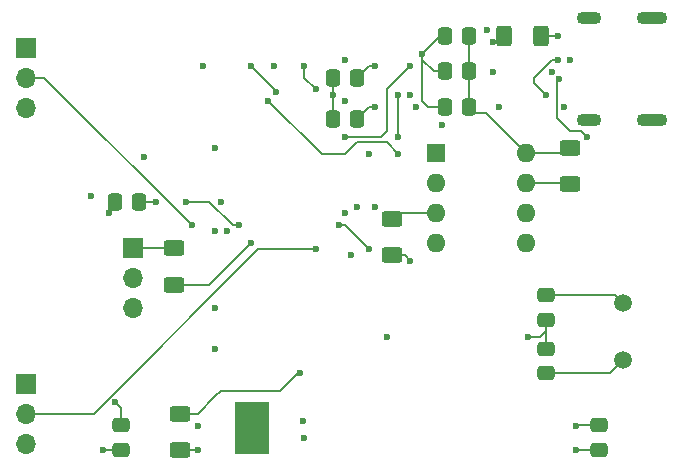
<source format=gbr>
%TF.GenerationSoftware,KiCad,Pcbnew,8.0.6*%
%TF.CreationDate,2025-06-01T13:35:18-05:00*%
%TF.ProjectId,TPS_Calibration_Board,5450535f-4361-46c6-9962-726174696f6e,rev?*%
%TF.SameCoordinates,Original*%
%TF.FileFunction,Copper,L4,Bot*%
%TF.FilePolarity,Positive*%
%FSLAX46Y46*%
G04 Gerber Fmt 4.6, Leading zero omitted, Abs format (unit mm)*
G04 Created by KiCad (PCBNEW 8.0.6) date 2025-06-01 13:35:18*
%MOMM*%
%LPD*%
G01*
G04 APERTURE LIST*
G04 Aperture macros list*
%AMRoundRect*
0 Rectangle with rounded corners*
0 $1 Rounding radius*
0 $2 $3 $4 $5 $6 $7 $8 $9 X,Y pos of 4 corners*
0 Add a 4 corners polygon primitive as box body*
4,1,4,$2,$3,$4,$5,$6,$7,$8,$9,$2,$3,0*
0 Add four circle primitives for the rounded corners*
1,1,$1+$1,$2,$3*
1,1,$1+$1,$4,$5*
1,1,$1+$1,$6,$7*
1,1,$1+$1,$8,$9*
0 Add four rect primitives between the rounded corners*
20,1,$1+$1,$2,$3,$4,$5,0*
20,1,$1+$1,$4,$5,$6,$7,0*
20,1,$1+$1,$6,$7,$8,$9,0*
20,1,$1+$1,$8,$9,$2,$3,0*%
G04 Aperture macros list end*
%TA.AperFunction,ComponentPad*%
%ADD10C,0.600000*%
%TD*%
%TA.AperFunction,SMDPad,CuDef*%
%ADD11R,2.950000X4.500000*%
%TD*%
%TA.AperFunction,ComponentPad*%
%ADD12O,2.100000X1.100000*%
%TD*%
%TA.AperFunction,ComponentPad*%
%ADD13O,2.600000X1.100000*%
%TD*%
%TA.AperFunction,ComponentPad*%
%ADD14R,1.700000X1.700000*%
%TD*%
%TA.AperFunction,ComponentPad*%
%ADD15O,1.700000X1.700000*%
%TD*%
%TA.AperFunction,ComponentPad*%
%ADD16R,1.600000X1.600000*%
%TD*%
%TA.AperFunction,ComponentPad*%
%ADD17O,1.600000X1.600000*%
%TD*%
%TA.AperFunction,ComponentPad*%
%ADD18C,1.500000*%
%TD*%
%TA.AperFunction,SMDPad,CuDef*%
%ADD19RoundRect,0.250000X0.337500X0.475000X-0.337500X0.475000X-0.337500X-0.475000X0.337500X-0.475000X0*%
%TD*%
%TA.AperFunction,SMDPad,CuDef*%
%ADD20RoundRect,0.250000X-0.475000X0.337500X-0.475000X-0.337500X0.475000X-0.337500X0.475000X0.337500X0*%
%TD*%
%TA.AperFunction,SMDPad,CuDef*%
%ADD21RoundRect,0.250000X-0.625000X0.400000X-0.625000X-0.400000X0.625000X-0.400000X0.625000X0.400000X0*%
%TD*%
%TA.AperFunction,SMDPad,CuDef*%
%ADD22RoundRect,0.250000X-0.337500X-0.475000X0.337500X-0.475000X0.337500X0.475000X-0.337500X0.475000X0*%
%TD*%
%TA.AperFunction,SMDPad,CuDef*%
%ADD23RoundRect,0.250000X0.475000X-0.337500X0.475000X0.337500X-0.475000X0.337500X-0.475000X-0.337500X0*%
%TD*%
%TA.AperFunction,SMDPad,CuDef*%
%ADD24RoundRect,0.250000X0.400000X0.625000X-0.400000X0.625000X-0.400000X-0.625000X0.400000X-0.625000X0*%
%TD*%
%TA.AperFunction,ViaPad*%
%ADD25C,0.600000*%
%TD*%
%TA.AperFunction,Conductor*%
%ADD26C,0.200000*%
%TD*%
G04 APERTURE END LIST*
D10*
%TO.P,U4,9,GNDPAD*%
%TO.N,GND*%
X37000000Y-53190000D03*
X37000000Y-54390000D03*
X37000000Y-55690000D03*
X37000000Y-56790000D03*
D11*
X37600000Y-54990000D03*
D10*
X38200000Y-53190000D03*
X38200000Y-54390000D03*
X38200000Y-55690000D03*
X38200000Y-56790000D03*
%TD*%
D12*
%TO.P,P1,S1,SHIELD*%
%TO.N,GND*%
X66110000Y-28860000D03*
D13*
X71470000Y-28860000D03*
D12*
X66110000Y-20220000D03*
D13*
X71470000Y-20220000D03*
%TD*%
D14*
%TO.P,J2,1,Pin_1*%
%TO.N,+5V*%
X18500000Y-22765000D03*
D15*
%TO.P,J2,2,Pin_2*%
%TO.N,SIG_IN*%
X18500000Y-25305000D03*
%TO.P,J2,3,Pin_3*%
%TO.N,GND*%
X18500000Y-27845000D03*
%TD*%
D16*
%TO.P,U1,1,~{CS}*%
%TO.N,EEPROM_CS*%
X53200000Y-31670000D03*
D17*
%TO.P,U1,2,MISO*%
%TO.N,EEPROM_MISO*%
X53200000Y-34210000D03*
%TO.P,U1,3,~{WP}*%
%TO.N,Net-(U1-~{WP})*%
X53200000Y-36750000D03*
%TO.P,U1,4,GND*%
%TO.N,GND*%
X53200000Y-39290000D03*
%TO.P,U1,5,MOSI*%
%TO.N,EEPROM_MOSI*%
X60820000Y-39290000D03*
%TO.P,U1,6,SCK*%
%TO.N,EEPROM_SCK*%
X60820000Y-36750000D03*
%TO.P,U1,7,~{HOLD}*%
%TO.N,Net-(U1-~{HOLD})*%
X60820000Y-34210000D03*
%TO.P,U1,8,VCC*%
%TO.N,+3.3V*%
X60820000Y-31670000D03*
%TD*%
D18*
%TO.P,Y1,1*%
%TO.N,Net-(U2-PF1)*%
X69000000Y-44340000D03*
%TO.P,Y1,2*%
%TO.N,Net-(U2-PF0)*%
X69000000Y-49220000D03*
%TD*%
D14*
%TO.P,J1,1,Pin_1*%
%TO.N,+5V*%
X18500000Y-51210000D03*
D15*
%TO.P,J1,2,Pin_2*%
%TO.N,SIG_OUT*%
X18500000Y-53750000D03*
%TO.P,J1,3,Pin_3*%
%TO.N,GND*%
X18500000Y-56290000D03*
%TD*%
D14*
%TO.P,JP1,1,A*%
%TO.N,/BOOT0*%
X27500000Y-39750000D03*
D15*
%TO.P,JP1,2,B*%
%TO.N,+3.3V*%
X27500000Y-42290000D03*
%TO.P,JP1,3*%
%TO.N,N/C*%
X27500000Y-44830000D03*
%TD*%
D19*
%TO.P,C9,1*%
%TO.N,+3.3V*%
X56000000Y-21770000D03*
%TO.P,C9,2*%
%TO.N,Net-(U3-VCC)*%
X53925000Y-21770000D03*
%TD*%
%TO.P,C14,1*%
%TO.N,Net-(U3-USBDP)*%
X46537500Y-28790000D03*
%TO.P,C14,2*%
%TO.N,GND*%
X44462500Y-28790000D03*
%TD*%
D20*
%TO.P,C3,1*%
%TO.N,Net-(U2-PF1)*%
X62500000Y-43715000D03*
%TO.P,C3,2*%
%TO.N,GND*%
X62500000Y-45790000D03*
%TD*%
%TO.P,C16,1*%
%TO.N,+3.3V*%
X67000000Y-54715000D03*
%TO.P,C16,2*%
%TO.N,GND*%
X67000000Y-56790000D03*
%TD*%
%TO.P,C8,1*%
%TO.N,+5V*%
X26500000Y-54752500D03*
%TO.P,C8,2*%
%TO.N,GND*%
X26500000Y-56827500D03*
%TD*%
D21*
%TO.P,R1,1*%
%TO.N,+3.3V*%
X64500000Y-31240000D03*
%TO.P,R1,2*%
%TO.N,Net-(U1-~{HOLD})*%
X64500000Y-34340000D03*
%TD*%
D19*
%TO.P,C15,1*%
%TO.N,Net-(U3-USBDM)*%
X46537500Y-25290000D03*
%TO.P,C15,2*%
%TO.N,GND*%
X44462500Y-25290000D03*
%TD*%
D22*
%TO.P,C2,1*%
%TO.N,GND*%
X26000000Y-35790000D03*
%TO.P,C2,2*%
%TO.N,NRST*%
X28075000Y-35790000D03*
%TD*%
D21*
%TO.P,R12,1*%
%TO.N,Net-(R11-Pad1)*%
X31500000Y-53740000D03*
%TO.P,R12,2*%
%TO.N,GND*%
X31500000Y-56840000D03*
%TD*%
D23*
%TO.P,C1,1*%
%TO.N,Net-(U2-PF0)*%
X62500000Y-50327500D03*
%TO.P,C1,2*%
%TO.N,GND*%
X62500000Y-48252500D03*
%TD*%
D19*
%TO.P,C11,1*%
%TO.N,+3.3V*%
X56000000Y-27790000D03*
%TO.P,C11,2*%
%TO.N,Net-(U3-VCC)*%
X53925000Y-27790000D03*
%TD*%
D21*
%TO.P,R2,1*%
%TO.N,Net-(U1-~{WP})*%
X49500000Y-37240000D03*
%TO.P,R2,2*%
%TO.N,GND*%
X49500000Y-40340000D03*
%TD*%
D19*
%TO.P,C10,1*%
%TO.N,+3.3V*%
X56000000Y-24780000D03*
%TO.P,C10,2*%
%TO.N,Net-(U3-VCC)*%
X53925000Y-24780000D03*
%TD*%
D21*
%TO.P,R3,1*%
%TO.N,/BOOT0*%
X31000000Y-39740000D03*
%TO.P,R3,2*%
%TO.N,GND*%
X31000000Y-42840000D03*
%TD*%
D24*
%TO.P,R6,1*%
%TO.N,GND*%
X62050000Y-21790000D03*
%TO.P,R6,2*%
%TO.N,USB_SENSE*%
X58950000Y-21790000D03*
%TD*%
D25*
%TO.N,GND*%
X34500000Y-31290000D03*
X25000000Y-56790000D03*
X49000000Y-47290000D03*
X61000000Y-47290000D03*
X57500000Y-21290000D03*
X45500000Y-36790000D03*
X51000000Y-26790000D03*
X33000000Y-56790000D03*
X65000000Y-56790000D03*
X48000000Y-36290000D03*
X34500000Y-48290000D03*
X28500000Y-32040000D03*
X37500000Y-39290000D03*
X63500000Y-21790000D03*
X44500000Y-26790000D03*
X25500000Y-36790000D03*
X42000000Y-55790000D03*
X39500000Y-24290000D03*
X51000000Y-40790000D03*
X58500000Y-27790000D03*
X64000000Y-27790000D03*
%TO.N,Net-(U2-PF0)*%
X34500000Y-38290000D03*
%TO.N,NRST*%
X36500000Y-37790000D03*
X29500000Y-35790000D03*
X32000000Y-35790000D03*
%TO.N,Net-(U2-PF1)*%
X35500000Y-38290000D03*
%TO.N,Net-(U2-VDDA)*%
X46000000Y-40290000D03*
X46500000Y-36290000D03*
X35000000Y-35790000D03*
X47500000Y-31790000D03*
%TO.N,+3.3V*%
X65000000Y-54790000D03*
X33500000Y-24290000D03*
X34500000Y-44790000D03*
%TO.N,+5V*%
X24000000Y-35290000D03*
X26000000Y-52790000D03*
%TO.N,Net-(U3-VCC)*%
X58000000Y-24790000D03*
X52000000Y-23290000D03*
%TO.N,Net-(U3-USBDM)*%
X53709038Y-29300713D03*
X48000000Y-24290000D03*
X51500000Y-27790000D03*
%TO.N,SIG_OUT*%
X43000000Y-39790000D03*
%TO.N,SIG_IN*%
X32500000Y-37790000D03*
%TO.N,/SWCLK*%
X37500000Y-24290000D03*
X39603179Y-26487313D03*
%TO.N,/SWDIO*%
X43000000Y-26290000D03*
X42000000Y-24290000D03*
%TO.N,Net-(P1-D-)*%
X64500000Y-23790000D03*
X45500000Y-23790000D03*
%TO.N,Net-(P1-D+)*%
X45500000Y-27290000D03*
X63000000Y-24790000D03*
%TO.N,Net-(P1-VCONN)*%
X63500000Y-23790000D03*
X62500000Y-26790000D03*
%TO.N,Net-(P1-CC)*%
X66000000Y-30290000D03*
X63635709Y-25440000D03*
%TO.N,Net-(Q1-S)*%
X33000000Y-54790000D03*
X41935000Y-54355000D03*
%TO.N,Net-(U3-USBDP)*%
X48000000Y-27790000D03*
%TO.N,USB_SENSE*%
X58000000Y-22290000D03*
%TO.N,Net-(R11-Pad1)*%
X41693487Y-50304784D03*
%TO.N,EEPROM_CS*%
X50000000Y-31790000D03*
X39000000Y-27290000D03*
%TO.N,EEPROM_MOSI*%
X47500000Y-39790000D03*
X45000000Y-37790000D03*
%TO.N,UART_TX*%
X49977473Y-26791214D03*
X49978462Y-30322438D03*
%TO.N,UART_RX*%
X45500000Y-30290000D03*
X51000000Y-24290000D03*
%TD*%
D26*
%TO.N,GND*%
X67000000Y-56790000D02*
X65000000Y-56790000D01*
X25500000Y-36290000D02*
X25500000Y-36790000D01*
X63000000Y-21790000D02*
X63500000Y-21790000D01*
X44500000Y-26790000D02*
X44462500Y-26752500D01*
X50550000Y-40340000D02*
X51000000Y-40790000D01*
X33950000Y-42840000D02*
X37500000Y-39290000D01*
X62500000Y-46790000D02*
X62000000Y-47290000D01*
X49500000Y-40340000D02*
X50550000Y-40340000D01*
X44462500Y-26827500D02*
X44500000Y-26790000D01*
X62500000Y-46790000D02*
X62500000Y-45790000D01*
X26000000Y-35790000D02*
X25500000Y-36290000D01*
X31500000Y-56840000D02*
X31500000Y-57165000D01*
X31000000Y-42840000D02*
X33950000Y-42840000D01*
X62050000Y-21790000D02*
X63000000Y-21790000D01*
X25037500Y-56827500D02*
X25000000Y-56790000D01*
X31500000Y-56840000D02*
X32950000Y-56840000D01*
X44462500Y-26752500D02*
X44462500Y-25290000D01*
X62000000Y-47290000D02*
X61000000Y-47290000D01*
X26500000Y-56827500D02*
X25037500Y-56827500D01*
X32950000Y-56840000D02*
X33000000Y-56790000D01*
X62500000Y-48252500D02*
X62500000Y-46790000D01*
X44462500Y-28790000D02*
X44462500Y-26827500D01*
%TO.N,Net-(U2-PF0)*%
X62500000Y-50327500D02*
X67892500Y-50327500D01*
X67892500Y-50327500D02*
X69000000Y-49220000D01*
%TO.N,NRST*%
X36000000Y-37790000D02*
X36500000Y-37790000D01*
X34000000Y-35790000D02*
X36000000Y-37790000D01*
X32000000Y-35790000D02*
X34000000Y-35790000D01*
X29500000Y-35790000D02*
X28075000Y-35790000D01*
%TO.N,Net-(U2-PF1)*%
X62500000Y-43715000D02*
X68375000Y-43715000D01*
X68375000Y-43715000D02*
X69000000Y-44340000D01*
%TO.N,+3.3V*%
X56000000Y-27790000D02*
X56500000Y-28290000D01*
X64570000Y-31670000D02*
X65000000Y-31240000D01*
X57440000Y-28290000D02*
X60820000Y-31670000D01*
X56500000Y-28290000D02*
X57440000Y-28290000D01*
X65075000Y-54715000D02*
X65000000Y-54790000D01*
X56000000Y-21770000D02*
X56000000Y-24780000D01*
X60820000Y-31670000D02*
X64570000Y-31670000D01*
X56000000Y-27790000D02*
X56000000Y-24780000D01*
X67000000Y-54715000D02*
X65075000Y-54715000D01*
%TO.N,+5V*%
X26500000Y-53290000D02*
X26500000Y-54752500D01*
X26000000Y-52790000D02*
X26500000Y-53290000D01*
%TO.N,Net-(U3-VCC)*%
X52000000Y-23790000D02*
X52990000Y-24780000D01*
X52000000Y-23290000D02*
X53520000Y-21770000D01*
X53520000Y-21770000D02*
X53925000Y-21770000D01*
X52990000Y-24780000D02*
X53925000Y-24780000D01*
X52000000Y-27290000D02*
X52500000Y-27790000D01*
X52000000Y-23290000D02*
X52000000Y-23790000D01*
X52500000Y-27790000D02*
X53925000Y-27790000D01*
X52000000Y-23790000D02*
X52000000Y-27290000D01*
%TO.N,Net-(U3-USBDM)*%
X47537500Y-24290000D02*
X46537500Y-25290000D01*
X48000000Y-24290000D02*
X47537500Y-24290000D01*
%TO.N,SIG_OUT*%
X24191471Y-53750000D02*
X18500000Y-53750000D01*
X43000000Y-39790000D02*
X38151471Y-39790000D01*
X38151471Y-39790000D02*
X24191471Y-53750000D01*
%TO.N,SIG_IN*%
X20015000Y-25305000D02*
X18500000Y-25305000D01*
X32500000Y-37790000D02*
X20015000Y-25305000D01*
%TO.N,/SWCLK*%
X37500000Y-24290000D02*
X39500000Y-26290000D01*
%TO.N,/SWDIO*%
X43000000Y-26290000D02*
X42000000Y-25290000D01*
X42000000Y-24790000D02*
X42000000Y-24290000D01*
X42000000Y-25290000D02*
X42000000Y-24790000D01*
%TO.N,/BOOT0*%
X31000000Y-39740000D02*
X27510000Y-39740000D01*
X27510000Y-39740000D02*
X27500000Y-39750000D01*
%TO.N,Net-(P1-VCONN)*%
X63000000Y-23790000D02*
X63500000Y-23790000D01*
X61500000Y-25290000D02*
X63000000Y-23790000D01*
X62500000Y-26790000D02*
X61500000Y-25790000D01*
X61500000Y-25790000D02*
X61500000Y-25290000D01*
%TO.N,Net-(P1-CC)*%
X64500000Y-29790000D02*
X65500000Y-29790000D01*
X63635709Y-25440000D02*
X63400000Y-25675709D01*
X63400000Y-28690000D02*
X64500000Y-29790000D01*
X63400000Y-25675709D02*
X63400000Y-28690000D01*
X65500000Y-29790000D02*
X66000000Y-30290000D01*
%TO.N,Net-(U1-~{HOLD})*%
X64870000Y-34210000D02*
X65000000Y-34340000D01*
X60820000Y-34210000D02*
X64870000Y-34210000D01*
%TO.N,Net-(U1-~{WP})*%
X53200000Y-36750000D02*
X49990000Y-36750000D01*
X49990000Y-36750000D02*
X49500000Y-37240000D01*
%TO.N,Net-(U3-USBDP)*%
X47537500Y-27790000D02*
X46537500Y-28790000D01*
X48000000Y-27790000D02*
X47537500Y-27790000D01*
%TO.N,USB_SENSE*%
X58450000Y-22290000D02*
X58950000Y-21790000D01*
X58000000Y-22290000D02*
X58450000Y-22290000D01*
%TO.N,Net-(R11-Pad1)*%
X35000000Y-51790000D02*
X40000000Y-51790000D01*
X31500000Y-53740000D02*
X33050000Y-53740000D01*
X33050000Y-53740000D02*
X34500000Y-52290000D01*
X40000000Y-51790000D02*
X41500000Y-50290000D01*
X34500000Y-52290000D02*
X35000000Y-51790000D01*
%TO.N,EEPROM_CS*%
X45500000Y-31790000D02*
X46500000Y-30790000D01*
X43500000Y-31790000D02*
X45500000Y-31790000D01*
X39000000Y-27290000D02*
X43500000Y-31790000D01*
X46500000Y-30790000D02*
X49000000Y-30790000D01*
X49000000Y-30790000D02*
X50000000Y-31790000D01*
%TO.N,EEPROM_MOSI*%
X47500000Y-39790000D02*
X45500000Y-37790000D01*
X45500000Y-37790000D02*
X45000000Y-37790000D01*
%TO.N,UART_TX*%
X49978462Y-30322438D02*
X49978462Y-26811538D01*
X49978462Y-26811538D02*
X50000000Y-26790000D01*
%TO.N,UART_RX*%
X48500000Y-30290000D02*
X49000000Y-29790000D01*
X49000000Y-29790000D02*
X49000000Y-26290000D01*
X45500000Y-30290000D02*
X48500000Y-30290000D01*
X49000000Y-26290000D02*
X51000000Y-24290000D01*
%TD*%
M02*

</source>
